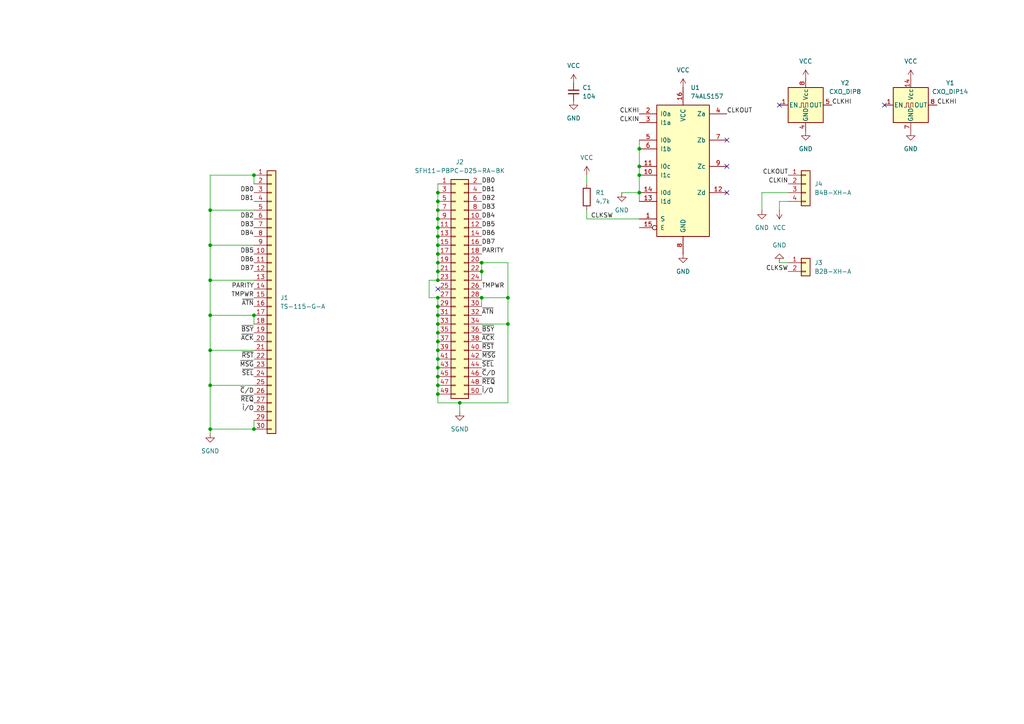
<source format=kicad_sch>
(kicad_sch (version 20250114) (generator "eeschema") (generator_version "9.0")
  (paper "A4")
  (lib_symbols
    (symbol "74xx:74LS157" (pin_names (offset 1.016))
      (property "Reference" "U" (at -7.62 19.05 0))
      (property "Value" "74LS157" (at -7.62 -21.59 0))
      (symbol "74LS157_1_0"
        (pin input line (at -12.7 15.24 0) (length 5.08) (name "I0a") (number "2"))
        (pin input line (at -12.7 12.7 0) (length 5.08) (name "I1a") (number "3"))
        (pin input line (at -12.7 7.62 0) (length 5.08) (name "I0b") (number "5"))
        (pin input line (at -12.7 5.08 0) (length 5.08) (name "I1b") (number "6"))
        (pin input line (at -12.7 0 0) (length 5.08) (name "I0c") (number "11"))
        (pin input line (at -12.7 -2.54 0) (length 5.08) (name "I1c") (number "10"))
        (pin input line (at -12.7 -7.62 0) (length 5.08) (name "I0d") (number "14"))
        (pin input line (at -12.7 -10.16 0) (length 5.08) (name "I1d") (number "13"))
        (pin input line (at -12.7 -15.24 0) (length 5.08) (name "S") (number "1"))
        (pin input inverted (at -12.7 -17.78 0) (length 5.08) (name "E") (number "15"))
        (pin power_in line (at 0 22.86 270) (length 5.08) (name "VCC") (number "16"))
        (pin power_in line (at 0 -25.4 90) (length 5.08) (name "GND") (number "8"))
        (pin output line (at 12.7 15.24 180) (length 5.08) (name "Za") (number "4"))
        (pin output line (at 12.7 7.62 180) (length 5.08) (name "Zb") (number "7"))
        (pin output line (at 12.7 0 180) (length 5.08) (name "Zc") (number "9"))
        (pin output line (at 12.7 -7.62 180) (length 5.08) (name "Zd") (number "12"))
      )
      (symbol "74LS157_1_1"
        (rectangle (start -7.62 17.78) (end 7.62 -20.32) (stroke (width 0.254)) (fill (type background)))
      )
    )
    (symbol "Connector_Generic:Conn_01x02" (pin_names (offset 1.016) (hide yes))
      (property "Reference" "J" (at 0 2.54 0))
      (property "Value" "Conn_01x02" (at 0 -5.08 0))
      (symbol "Conn_01x02_1_1"
        (rectangle (start -1.27 1.27) (end 1.27 -3.81) (stroke (width 0.254)) (fill (type background)))
        (rectangle (start -1.27 0.127) (end 0 -0.127) (stroke (width 0.1524)))
        (rectangle (start -1.27 -2.413) (end 0 -2.667) (stroke (width 0.1524)))
        (pin passive line (at -5.08 0 0) (length 3.81) (name "Pin_1") (number "1"))
        (pin passive line (at -5.08 -2.54 0) (length 3.81) (name "Pin_2") (number "2"))
      )
    )
    (symbol "Connector_Generic:Conn_01x04" (pin_names (offset 1.016) (hide yes))
      (property "Reference" "J" (at 0 5.08 0))
      (property "Value" "Conn_01x04" (at 0 -7.62 0))
      (symbol "Conn_01x04_1_1"
        (rectangle (start -1.27 3.81) (end 1.27 -6.35) (stroke (width 0.254)) (fill (type background)))
        (rectangle (start -1.27 2.667) (end 0 2.413) (stroke (width 0.1524)))
        (rectangle (start -1.27 0.127) (end 0 -0.127) (stroke (width 0.1524)))
        (rectangle (start -1.27 -2.413) (end 0 -2.667) (stroke (width 0.1524)))
        (rectangle (start -1.27 -4.953) (end 0 -5.207) (stroke (width 0.1524)))
        (pin passive line (at -5.08 2.54 0) (length 3.81) (name "Pin_1") (number "1"))
        (pin passive line (at -5.08 0 0) (length 3.81) (name "Pin_2") (number "2"))
        (pin passive line (at -5.08 -2.54 0) (length 3.81) (name "Pin_3") (number "3"))
        (pin passive line (at -5.08 -5.08 0) (length 3.81) (name "Pin_4") (number "4"))
      )
    )
    (symbol "Connector_Generic:Conn_01x30" (pin_names (offset 1.016) (hide yes))
      (property "Reference" "J" (at 0 38.1 0))
      (property "Value" "Conn_01x30" (at 0 -40.64 0))
      (symbol "Conn_01x30_1_1"
        (rectangle (start -1.27 36.83) (end 1.27 -39.37) (stroke (width 0.254)) (fill (type background)))
        (rectangle (start -1.27 35.687) (end 0 35.433) (stroke (width 0.1524)))
        (rectangle (start -1.27 33.147) (end 0 32.893) (stroke (width 0.1524)))
        (rectangle (start -1.27 30.607) (end 0 30.353) (stroke (width 0.1524)))
        (rectangle (start -1.27 28.067) (end 0 27.813) (stroke (width 0.1524)))
        (rectangle (start -1.27 25.527) (end 0 25.273) (stroke (width 0.1524)))
        (rectangle (start -1.27 22.987) (end 0 22.733) (stroke (width 0.1524)))
        (rectangle (start -1.27 20.447) (end 0 20.193) (stroke (width 0.1524)))
        (rectangle (start -1.27 17.907) (end 0 17.653) (stroke (width 0.1524)))
        (rectangle (start -1.27 15.367) (end 0 15.113) (stroke (width 0.1524)))
        (rectangle (start -1.27 12.827) (end 0 12.573) (stroke (width 0.1524)))
        (rectangle (start -1.27 10.287) (end 0 10.033) (stroke (width 0.1524)))
        (rectangle (start -1.27 7.747) (end 0 7.493) (stroke (width 0.1524)))
        (rectangle (start -1.27 5.207) (end 0 4.953) (stroke (width 0.1524)))
        (rectangle (start -1.27 2.667) (end 0 2.413) (stroke (width 0.1524)))
        (rectangle (start -1.27 0.127) (end 0 -0.127) (stroke (width 0.1524)))
        (rectangle (start -1.27 -2.413) (end 0 -2.667) (stroke (width 0.1524)))
        (rectangle (start -1.27 -4.953) (end 0 -5.207) (stroke (width 0.1524)))
        (rectangle (start -1.27 -7.493) (end 0 -7.747) (stroke (width 0.1524)))
        (rectangle (start -1.27 -10.033) (end 0 -10.287) (stroke (width 0.1524)))
        (rectangle (start -1.27 -12.573) (end 0 -12.827) (stroke (width 0.1524)))
        (rectangle (start -1.27 -15.113) (end 0 -15.367) (stroke (width 0.1524)))
        (rectangle (start -1.27 -17.653) (end 0 -17.907) (stroke (width 0.1524)))
        (rectangle (start -1.27 -20.193) (end 0 -20.447) (stroke (width 0.1524)))
        (rectangle (start -1.27 -22.733) (end 0 -22.987) (stroke (width 0.1524)))
        (rectangle (start -1.27 -25.273) (end 0 -25.527) (stroke (width 0.1524)))
        (rectangle (start -1.27 -27.813) (end 0 -28.067) (stroke (width 0.1524)))
        (rectangle (start -1.27 -30.353) (end 0 -30.607) (stroke (width 0.1524)))
        (rectangle (start -1.27 -32.893) (end 0 -33.147) (stroke (width 0.1524)))
        (rectangle (start -1.27 -35.433) (end 0 -35.687) (stroke (width 0.1524)))
        (rectangle (start -1.27 -37.973) (end 0 -38.227) (stroke (width 0.1524)))
        (pin passive line (at -5.08 35.56 0) (length 3.81) (name "Pin_1") (number "1"))
        (pin passive line (at -5.08 33.02 0) (length 3.81) (name "Pin_2") (number "2"))
        (pin passive line (at -5.08 30.48 0) (length 3.81) (name "Pin_3") (number "3"))
        (pin passive line (at -5.08 27.94 0) (length 3.81) (name "Pin_4") (number "4"))
        (pin passive line (at -5.08 25.4 0) (length 3.81) (name "Pin_5") (number "5"))
        (pin passive line (at -5.08 22.86 0) (length 3.81) (name "Pin_6") (number "6"))
        (pin passive line (at -5.08 20.32 0) (length 3.81) (name "Pin_7") (number "7"))
        (pin passive line (at -5.08 17.78 0) (length 3.81) (name "Pin_8") (number "8"))
        (pin passive line (at -5.08 15.24 0) (length 3.81) (name "Pin_9") (number "9"))
        (pin passive line (at -5.08 12.7 0) (length 3.81) (name "Pin_10") (number "10"))
        (pin passive line (at -5.08 10.16 0) (length 3.81) (name "Pin_11") (number "11"))
        (pin passive line (at -5.08 7.62 0) (length 3.81) (name "Pin_12") (number "12"))
        (pin passive line (at -5.08 5.08 0) (length 3.81) (name "Pin_13") (number "13"))
        (pin passive line (at -5.08 2.54 0) (length 3.81) (name "Pin_14") (number "14"))
        (pin passive line (at -5.08 0 0) (length 3.81) (name "Pin_15") (number "15"))
        (pin passive line (at -5.08 -2.54 0) (length 3.81) (name "Pin_16") (number "16"))
        (pin passive line (at -5.08 -5.08 0) (length 3.81) (name "Pin_17") (number "17"))
        (pin passive line (at -5.08 -7.62 0) (length 3.81) (name "Pin_18") (number "18"))
        (pin passive line (at -5.08 -10.16 0) (length 3.81) (name "Pin_19") (number "19"))
        (pin passive line (at -5.08 -12.7 0) (length 3.81) (name "Pin_20") (number "20"))
        (pin passive line (at -5.08 -15.24 0) (length 3.81) (name "Pin_21") (number "21"))
        (pin passive line (at -5.08 -17.78 0) (length 3.81) (name "Pin_22") (number "22"))
        (pin passive line (at -5.08 -20.32 0) (length 3.81) (name "Pin_23") (number "23"))
        (pin passive line (at -5.08 -22.86 0) (length 3.81) (name "Pin_24") (number "24"))
        (pin passive line (at -5.08 -25.4 0) (length 3.81) (name "Pin_25") (number "25"))
        (pin passive line (at -5.08 -27.94 0) (length 3.81) (name "Pin_26") (number "26"))
        (pin passive line (at -5.08 -30.48 0) (length 3.81) (name "Pin_27") (number "27"))
        (pin passive line (at -5.08 -33.02 0) (length 3.81) (name "Pin_28") (number "28"))
        (pin passive line (at -5.08 -35.56 0) (length 3.81) (name "Pin_29") (number "29"))
        (pin passive line (at -5.08 -38.1 0) (length 3.81) (name "Pin_30") (number "30"))
      )
    )
    (symbol "Connector_Generic:Conn_02x25_Odd_Even" (pin_names (offset 1.016) (hide yes))
      (property "Reference" "J" (at 1.27 33.02 0))
      (property "Value" "Conn_02x25_Odd_Even" (at 1.27 -33.02 0))
      (symbol "Conn_02x25_Odd_Even_1_1"
        (rectangle (start -1.27 31.75) (end 3.81 -31.75) (stroke (width 0.254)) (fill (type background)))
        (rectangle (start -1.27 30.607) (end 0 30.353) (stroke (width 0.1524)))
        (rectangle (start -1.27 28.067) (end 0 27.813) (stroke (width 0.1524)))
        (rectangle (start -1.27 25.527) (end 0 25.273) (stroke (width 0.1524)))
        (rectangle (start -1.27 22.987) (end 0 22.733) (stroke (width 0.1524)))
        (rectangle (start -1.27 20.447) (end 0 20.193) (stroke (width 0.1524)))
        (rectangle (start -1.27 17.907) (end 0 17.653) (stroke (width 0.1524)))
        (rectangle (start -1.27 15.367) (end 0 15.113) (stroke (width 0.1524)))
        (rectangle (start -1.27 12.827) (end 0 12.573) (stroke (width 0.1524)))
        (rectangle (start -1.27 10.287) (end 0 10.033) (stroke (width 0.1524)))
        (rectangle (start -1.27 7.747) (end 0 7.493) (stroke (width 0.1524)))
        (rectangle (start -1.27 5.207) (end 0 4.953) (stroke (width 0.1524)))
        (rectangle (start -1.27 2.667) (end 0 2.413) (stroke (width 0.1524)))
        (rectangle (start -1.27 0.127) (end 0 -0.127) (stroke (width 0.1524)))
        (rectangle (start -1.27 -2.413) (end 0 -2.667) (stroke (width 0.1524)))
        (rectangle (start -1.27 -4.953) (end 0 -5.207) (stroke (width 0.1524)))
        (rectangle (start -1.27 -7.493) (end 0 -7.747) (stroke (width 0.1524)))
        (rectangle (start -1.27 -10.033) (end 0 -10.287) (stroke (width 0.1524)))
        (rectangle (start -1.27 -12.573) (end 0 -12.827) (stroke (width 0.1524)))
        (rectangle (start -1.27 -15.113) (end 0 -15.367) (stroke (width 0.1524)))
        (rectangle (start -1.27 -17.653) (end 0 -17.907) (stroke (width 0.1524)))
        (rectangle (start -1.27 -20.193) (end 0 -20.447) (stroke (width 0.1524)))
        (rectangle (start -1.27 -22.733) (end 0 -22.987) (stroke (width 0.1524)))
        (rectangle (start -1.27 -25.273) (end 0 -25.527) (stroke (width 0.1524)))
        (rectangle (start -1.27 -27.813) (end 0 -28.067) (stroke (width 0.1524)))
        (rectangle (start -1.27 -30.353) (end 0 -30.607) (stroke (width 0.1524)))
        (rectangle (start 3.81 30.607) (end 2.54 30.353) (stroke (width 0.1524)))
        (rectangle (start 3.81 28.067) (end 2.54 27.813) (stroke (width 0.1524)))
        (rectangle (start 3.81 25.527) (end 2.54 25.273) (stroke (width 0.1524)))
        (rectangle (start 3.81 22.987) (end 2.54 22.733) (stroke (width 0.1524)))
        (rectangle (start 3.81 20.447) (end 2.54 20.193) (stroke (width 0.1524)))
        (rectangle (start 3.81 17.907) (end 2.54 17.653) (stroke (width 0.1524)))
        (rectangle (start 3.81 15.367) (end 2.54 15.113) (stroke (width 0.1524)))
        (rectangle (start 3.81 12.827) (end 2.54 12.573) (stroke (width 0.1524)))
        (rectangle (start 3.81 10.287) (end 2.54 10.033) (stroke (width 0.1524)))
        (rectangle (start 3.81 7.747) (end 2.54 7.493) (stroke (width 0.1524)))
        (rectangle (start 3.81 5.207) (end 2.54 4.953) (stroke (width 0.1524)))
        (rectangle (start 3.81 2.667) (end 2.54 2.413) (stroke (width 0.1524)))
        (rectangle (start 3.81 0.127) (end 2.54 -0.127) (stroke (width 0.1524)))
        (rectangle (start 3.81 -2.413) (end 2.54 -2.667) (stroke (width 0.1524)))
        (rectangle (start 3.81 -4.953) (end 2.54 -5.207) (stroke (width 0.1524)))
        (rectangle (start 3.81 -7.493) (end 2.54 -7.747) (stroke (width 0.1524)))
        (rectangle (start 3.81 -10.033) (end 2.54 -10.287) (stroke (width 0.1524)))
        (rectangle (start 3.81 -12.573) (end 2.54 -12.827) (stroke (width 0.1524)))
        (rectangle (start 3.81 -15.113) (end 2.54 -15.367) (stroke (width 0.1524)))
        (rectangle (start 3.81 -17.653) (end 2.54 -17.907) (stroke (width 0.1524)))
        (rectangle (start 3.81 -20.193) (end 2.54 -20.447) (stroke (width 0.1524)))
        (rectangle (start 3.81 -22.733) (end 2.54 -22.987) (stroke (width 0.1524)))
        (rectangle (start 3.81 -25.273) (end 2.54 -25.527) (stroke (width 0.1524)))
        (rectangle (start 3.81 -27.813) (end 2.54 -28.067) (stroke (width 0.1524)))
        (rectangle (start 3.81 -30.353) (end 2.54 -30.607) (stroke (width 0.1524)))
        (pin passive line (at -5.08 30.48 0) (length 3.81) (name "Pin_1") (number "1"))
        (pin passive line (at -5.08 27.94 0) (length 3.81) (name "Pin_3") (number "3"))
        (pin passive line (at -5.08 25.4 0) (length 3.81) (name "Pin_5") (number "5"))
        (pin passive line (at -5.08 22.86 0) (length 3.81) (name "Pin_7") (number "7"))
        (pin passive line (at -5.08 20.32 0) (length 3.81) (name "Pin_9") (number "9"))
        (pin passive line (at -5.08 17.78 0) (length 3.81) (name "Pin_11") (number "11"))
        (pin passive line (at -5.08 15.24 0) (length 3.81) (name "Pin_13") (number "13"))
        (pin passive line (at -5.08 12.7 0) (length 3.81) (name "Pin_15") (number "15"))
        (pin passive line (at -5.08 10.16 0) (length 3.81) (name "Pin_17") (number "17"))
        (pin passive line (at -5.08 7.62 0) (length 3.81) (name "Pin_19") (number "19"))
        (pin passive line (at -5.08 5.08 0) (length 3.81) (name "Pin_21") (number "21"))
        (pin passive line (at -5.08 2.54 0) (length 3.81) (name "Pin_23") (number "23"))
        (pin passive line (at -5.08 0 0) (length 3.81) (name "Pin_25") (number "25"))
        (pin passive line (at -5.08 -2.54 0) (length 3.81) (name "Pin_27") (number "27"))
        (pin passive line (at -5.08 -5.08 0) (length 3.81) (name "Pin_29") (number "29"))
        (pin passive line (at -5.08 -7.62 0) (length 3.81) (name "Pin_31") (number "31"))
        (pin passive line (at -5.08 -10.16 0) (length 3.81) (name "Pin_33") (number "33"))
        (pin passive line (at -5.08 -12.7 0) (length 3.81) (name "Pin_35") (number "35"))
        (pin passive line (at -5.08 -15.24 0) (length 3.81) (name "Pin_37") (number "37"))
        (pin passive line (at -5.08 -17.78 0) (length 3.81) (name "Pin_39") (number "39"))
        (pin passive line (at -5.08 -20.32 0) (length 3.81) (name "Pin_41") (number "41"))
        (pin passive line (at -5.08 -22.86 0) (length 3.81) (name "Pin_43") (number "43"))
        (pin passive line (at -5.08 -25.4 0) (length 3.81) (name "Pin_45") (number "45"))
        (pin passive line (at -5.08 -27.94 0) (length 3.81) (name "Pin_47") (number "47"))
        (pin passive line (at -5.08 -30.48 0) (length 3.81) (name "Pin_49") (number "49"))
        (pin passive line (at 7.62 30.48 180) (length 3.81) (name "Pin_2") (number "2"))
        (pin passive line (at 7.62 27.94 180) (length 3.81) (name "Pin_4") (number "4"))
        (pin passive line (at 7.62 25.4 180) (length 3.81) (name "Pin_6") (number "6"))
        (pin passive line (at 7.62 22.86 180) (length 3.81) (name "Pin_8") (number "8"))
        (pin passive line (at 7.62 20.32 180) (length 3.81) (name "Pin_10") (number "10"))
        (pin passive line (at 7.62 17.78 180) (length 3.81) (name "Pin_12") (number "12"))
        (pin passive line (at 7.62 15.24 180) (length 3.81) (name "Pin_14") (number "14"))
        (pin passive line (at 7.62 12.7 180) (length 3.81) (name "Pin_16") (number "16"))
        (pin passive line (at 7.62 10.16 180) (length 3.81) (name "Pin_18") (number "18"))
        (pin passive line (at 7.62 7.62 180) (length 3.81) (name "Pin_20") (number "20"))
        (pin passive line (at 7.62 5.08 180) (length 3.81) (name "Pin_22") (number "22"))
        (pin passive line (at 7.62 2.54 180) (length 3.81) (name "Pin_24") (number "24"))
        (pin passive line (at 7.62 0 180) (length 3.81) (name "Pin_26") (number "26"))
        (pin passive line (at 7.62 -2.54 180) (length 3.81) (name "Pin_28") (number "28"))
        (pin passive line (at 7.62 -5.08 180) (length 3.81) (name "Pin_30") (number "30"))
        (pin passive line (at 7.62 -7.62 180) (length 3.81) (name "Pin_32") (number "32"))
        (pin passive line (at 7.62 -10.16 180) (length 3.81) (name "Pin_34") (number "34"))
        (pin passive line (at 7.62 -12.7 180) (length 3.81) (name "Pin_36") (number "36"))
        (pin passive line (at 7.62 -15.24 180) (length 3.81) (name "Pin_38") (number "38"))
        (pin passive line (at 7.62 -17.78 180) (length 3.81) (name "Pin_40") (number "40"))
        (pin passive line (at 7.62 -20.32 180) (length 3.81) (name "Pin_42") (number "42"))
        (pin passive line (at 7.62 -22.86 180) (length 3.81) (name "Pin_44") (number "44"))
        (pin passive line (at 7.62 -25.4 180) (length 3.81) (name "Pin_46") (number "46"))
        (pin passive line (at 7.62 -27.94 180) (length 3.81) (name "Pin_48") (number "48"))
        (pin passive line (at 7.62 -30.48 180) (length 3.81) (name "Pin_50") (number "50"))
      )
    )
    (symbol "Device:C_Small" (pin_numbers (hide yes)) (pin_names (offset 0.254) (hide yes))
      (property "Reference" "C" (at 0.254 1.778 0))
      (property "Value" "C_Small" (at 0.254 -2.032 0))
      (symbol "C_Small_0_1"
        (polyline (pts (xy -1.524 0.508) (xy 1.524 0.508)) (stroke (width 0.3048)))
        (polyline (pts (xy -1.524 -0.508) (xy 1.524 -0.508)) (stroke (width 0.3302)))
      )
      (symbol "C_Small_1_1"
        (pin passive line (at 0 2.54 270) (length 2.032) (name "~") (number "1"))
        (pin passive line (at 0 -2.54 90) (length 2.032) (name "~") (number "2"))
      )
    )
    (symbol "Device:R" (pin_numbers (hide yes)) (pin_names (offset 0))
      (property "Reference" "R" (at 2.032 0 90))
      (property "Value" "R" (at 0 0 90))
      (symbol "R_0_1"
        (rectangle (start -1.016 -2.54) (end 1.016 2.54) (stroke (width 0.254)))
      )
      (symbol "R_1_1"
        (pin passive line (at 0 3.81 270) (length 1.27) (name "~") (number "1"))
        (pin passive line (at 0 -3.81 90) (length 1.27) (name "~") (number "2"))
      )
    )
    (symbol "Oscillator:CXO_DIP14" (pin_names (offset 0.254))
      (property "Reference" "Y" (at -5.08 6.35 0))
      (property "Value" "CXO_DIP14" (at 1.27 -6.35 0))
      (symbol "CXO_DIP14_0_1"
        (rectangle (start -5.08 5.08) (end 5.08 -5.08) (stroke (width 0.254)) (fill (type background)))
        (polyline (pts (xy -1.905 -0.635) (xy -1.27 -0.635) (xy -1.27 0.635) (xy -0.635 0.635) (xy -0.635 -0.635) (xy 0 -0.635) (xy 0 0.635) (xy 0.635 0.635) (xy 0.635 -0.635)))
      )
      (symbol "CXO_DIP14_1_1"
        (pin input line (at -7.62 0 0) (length 2.54) (name "EN") (number "1"))
        (pin power_in line (at 0 7.62 270) (length 2.54) (name "Vcc") (number "14"))
        (pin power_in line (at 0 -7.62 90) (length 2.54) (name "GND") (number "7"))
        (pin output line (at 7.62 0 180) (length 2.54) (name "OUT") (number "8"))
      )
    )
    (symbol "Oscillator:CXO_DIP8" (pin_names (offset 0.254))
      (property "Reference" "Y" (at -5.08 6.35 0))
      (property "Value" "CXO_DIP8" (at 1.27 -6.35 0))
      (symbol "CXO_DIP8_0_1"
        (rectangle (start -5.08 5.08) (end 5.08 -5.08) (stroke (width 0.254)) (fill (type background)))
        (polyline (pts (xy -1.905 -0.635) (xy -1.27 -0.635) (xy -1.27 0.635) (xy -0.635 0.635) (xy -0.635 -0.635) (xy 0 -0.635) (xy 0 0.635) (xy 0.635 0.635) (xy 0.635 -0.635)))
      )
      (symbol "CXO_DIP8_1_1"
        (pin input line (at -7.62 0 0) (length 2.54) (name "EN") (number "1"))
        (pin power_in line (at 0 7.62 270) (length 2.54) (name "Vcc") (number "8"))
        (pin power_in line (at 0 -7.62 90) (length 2.54) (name "GND") (number "4"))
        (pin output line (at 7.62 0 180) (length 2.54) (name "OUT") (number "5"))
      )
    )
    (symbol "power:GND" (power) (pin_numbers (hide yes)) (pin_names (offset 0) (hide yes))
      (property "Value" "GND" (at 0 -3.81 0))
      (symbol "GND_0_1"
        (polyline (pts (xy 0 0) (xy 0 -1.27) (xy 1.27 -1.27) (xy 0 -2.54) (xy -1.27 -1.27) (xy 0 -1.27)))
      )
      (symbol "GND_1_1"
        (pin power_in line (at 0 0 270) (length 0) (name "~") (number "1"))
      )
    )
    (symbol "power:VCC" (power) (pin_numbers (hide yes)) (pin_names (offset 0) (hide yes))
      (property "Value" "VCC" (at 0 3.556 0))
      (symbol "VCC_0_1"
        (polyline (pts (xy -0.762 1.27) (xy 0 2.54)))
        (polyline (pts (xy 0 2.54) (xy 0.762 1.27)))
        (polyline (pts (xy 0 0) (xy 0 2.54)))
      )
      (symbol "VCC_1_1"
        (pin power_in line (at 0 0 90) (length 0) (name "~") (number "1"))
      )
    )
  )
  (junction (at 127 99.06))
  (junction (at 127 71.12))
  (junction (at 185.42 50.8))
  (junction (at 60.96 60.96))
  (junction (at 127 68.58))
  (junction (at 60.96 81.28))
  (junction (at 127 58.42))
  (junction (at 147.32 86.36))
  (junction (at 127 76.2))
  (junction (at 127 81.28))
  (junction (at 139.7 86.36))
  (junction (at 127 106.68))
  (junction (at 127 104.14))
  (junction (at 139.7 76.2))
  (junction (at 127 114.3))
  (junction (at 60.96 111.76))
  (junction (at 127 93.98))
  (junction (at 127 88.9))
  (junction (at 127 73.66))
  (junction (at 127 111.76))
  (junction (at 185.42 55.88))
  (junction (at 127 60.96))
  (junction (at 127 55.88))
  (junction (at 127 63.5))
  (junction (at 127 96.52))
  (junction (at 73.66 91.44))
  (junction (at 60.96 71.12))
  (junction (at 127 101.6))
  (junction (at 127 78.74))
  (junction (at 127 109.22))
  (junction (at 127 86.36))
  (junction (at 73.66 50.8))
  (junction (at 133.35 116.84))
  (junction (at 73.66 124.46))
  (junction (at 60.96 101.6))
  (junction (at 127 66.04))
  (junction (at 185.42 48.26))
  (junction (at 60.96 124.46))
  (junction (at 139.7 78.74))
  (junction (at 185.42 43.18))
  (junction (at 60.96 91.44))
  (junction (at 127 91.44))
  (junction (at 147.32 93.98))
  (no_connect (at 210.82 40.64))
  (no_connect (at 127 83.82))
  (no_connect (at 256.54 30.48))
  (no_connect (at 226.06 30.48))
  (no_connect (at 210.82 55.88))
  (no_connect (at 210.82 48.26))
  (wire (pts (xy 127 55.88) (xy 127 58.42)))
  (wire (pts (xy 180.34 55.88) (xy 185.42 55.88)))
  (wire (pts (xy 127 71.12) (xy 127 73.66)))
  (wire (pts (xy 127 60.96) (xy 127 63.5)))
  (wire (pts (xy 127 104.14) (xy 127 106.68)))
  (wire (pts (xy 127 63.5) (xy 127 66.04)))
  (wire (pts (xy 139.7 86.36) (xy 139.7 88.9)))
  (wire (pts (xy 127 58.42) (xy 127 60.96)))
  (wire (pts (xy 60.96 50.8) (xy 73.66 50.8)))
  (wire (pts (xy 127 109.22) (xy 127 111.76)))
  (wire (pts (xy 226.06 76.2) (xy 228.6 76.2)))
  (wire (pts (xy 185.42 55.88) (xy 185.42 58.42)))
  (wire (pts (xy 60.96 101.6) (xy 73.66 101.6)))
  (wire (pts (xy 60.96 71.12) (xy 60.96 60.96)))
  (wire (pts (xy 127 101.6) (xy 127 104.14)))
  (wire (pts (xy 73.66 50.8) (xy 73.66 53.34)))
  (wire (pts (xy 220.98 55.88) (xy 228.6 55.88)))
  (wire (pts (xy 226.06 60.96) (xy 226.06 58.42)))
  (wire (pts (xy 139.7 86.36) (xy 147.32 86.36)))
  (wire (pts (xy 60.96 125.73) (xy 60.96 124.46)))
  (wire (pts (xy 133.35 116.84) (xy 127 116.84)))
  (wire (pts (xy 226.06 58.42) (xy 228.6 58.42)))
  (wire (pts (xy 127 53.34) (xy 127 55.88)))
  (wire (pts (xy 124.46 86.36) (xy 124.46 81.28)))
  (wire (pts (xy 73.66 91.44) (xy 73.66 93.98)))
  (wire (pts (xy 139.7 93.98) (xy 147.32 93.98)))
  (wire (pts (xy 185.42 50.8) (xy 185.42 55.88)))
  (wire (pts (xy 127 66.04) (xy 127 68.58)))
  (wire (pts (xy 124.46 86.36) (xy 127 86.36)))
  (wire (pts (xy 220.98 60.96) (xy 220.98 55.88)))
  (wire (pts (xy 124.46 81.28) (xy 127 81.28)))
  (wire (pts (xy 127 73.66) (xy 127 76.2)))
  (wire (pts (xy 60.96 71.12) (xy 73.66 71.12)))
  (wire (pts (xy 170.18 63.5) (xy 170.18 60.96)))
  (wire (pts (xy 73.66 121.92) (xy 73.66 124.46)))
  (wire (pts (xy 139.7 76.2) (xy 147.32 76.2)))
  (wire (pts (xy 185.42 40.64) (xy 185.42 43.18)))
  (wire (pts (xy 170.18 63.5) (xy 185.42 63.5)))
  (wire (pts (xy 60.96 111.76) (xy 73.66 111.76)))
  (wire (pts (xy 127 76.2) (xy 127 78.74)))
  (wire (pts (xy 60.96 101.6) (xy 60.96 91.44)))
  (wire (pts (xy 127 86.36) (xy 127 88.9)))
  (wire (pts (xy 60.96 91.44) (xy 60.96 81.28)))
  (wire (pts (xy 147.32 93.98) (xy 147.32 116.84)))
  (wire (pts (xy 185.42 43.18) (xy 185.42 48.26)))
  (wire (pts (xy 147.32 76.2) (xy 147.32 86.36)))
  (wire (pts (xy 139.7 78.74) (xy 139.7 81.28)))
  (wire (pts (xy 60.96 124.46) (xy 73.66 124.46)))
  (wire (pts (xy 60.96 81.28) (xy 60.96 71.12)))
  (wire (pts (xy 127 91.44) (xy 127 93.98)))
  (wire (pts (xy 127 99.06) (xy 127 101.6)))
  (wire (pts (xy 60.96 124.46) (xy 60.96 111.76)))
  (wire (pts (xy 127 116.84) (xy 127 114.3)))
  (wire (pts (xy 127 88.9) (xy 127 91.44)))
  (wire (pts (xy 127 78.74) (xy 127 81.28)))
  (wire (pts (xy 139.7 76.2) (xy 139.7 78.74)))
  (wire (pts (xy 127 111.76) (xy 127 114.3)))
  (wire (pts (xy 60.96 60.96) (xy 73.66 60.96)))
  (wire (pts (xy 60.96 60.96) (xy 60.96 50.8)))
  (wire (pts (xy 127 96.52) (xy 127 99.06)))
  (wire (pts (xy 60.96 81.28) (xy 73.66 81.28)))
  (wire (pts (xy 127 106.68) (xy 127 109.22)))
  (wire (pts (xy 60.96 111.76) (xy 60.96 101.6)))
  (wire (pts (xy 60.96 91.44) (xy 73.66 91.44)))
  (wire (pts (xy 127 93.98) (xy 127 96.52)))
  (wire (pts (xy 147.32 116.84) (xy 133.35 116.84)))
  (wire (pts (xy 133.35 119.38) (xy 133.35 116.84)))
  (wire (pts (xy 170.18 50.8) (xy 170.18 53.34)))
  (wire (pts (xy 147.32 86.36) (xy 147.32 93.98)))
  (wire (pts (xy 127 68.58) (xy 127 71.12)))
  (wire (pts (xy 185.42 48.26) (xy 185.42 50.8)))
  (label "CLKSW" (at 228.6 78.74 180))
  (label "CLKOUT" (at 228.6 50.8 180))
  (label "DB5" (at 139.7 66.04 0))
  (label "PARITY" (at 139.7 73.66 0))
  (label "~{RST}" (at 73.66 104.14 180))
  (label "~{MSG}" (at 73.66 106.68 180))
  (label "DB0" (at 73.66 55.88 180))
  (label "CLKHI" (at 271.78 30.48 0))
  (label "CLKOUT" (at 210.82 33.02 0))
  (label "DB1" (at 139.7 55.88 0))
  (label "~{I}{slash}O" (at 139.7 114.3 0))
  (label "CLKSW" (at 177.8 63.5 180))
  (label "~{REQ}" (at 139.7 111.76 0))
  (label "~{I}{slash}O" (at 73.66 119.38 180))
  (label "CLKIN" (at 228.6 53.34 180))
  (label "CLKIN" (at 185.42 35.56 180))
  (label "DB6" (at 139.7 68.58 0))
  (label "CLKHI" (at 241.3 30.48 0))
  (label "DB5" (at 73.66 73.66 180))
  (label "DB7" (at 73.66 78.74 180))
  (label "DB4" (at 139.7 63.5 0))
  (label "~{ATN}" (at 73.66 88.9 180))
  (label "DB3" (at 73.66 66.04 180))
  (label "DB2" (at 73.66 63.5 180))
  (label "TMPWR" (at 139.7 83.82 0))
  (label "~{BSY}" (at 139.7 96.52 0))
  (label "DB6" (at 73.66 76.2 180))
  (label "~{SEL}" (at 73.66 109.22 180))
  (label "~{ATN}" (at 139.7 91.44 0))
  (label "DB2" (at 139.7 58.42 0))
  (label "DB1" (at 73.66 58.42 180))
  (label "~{REQ}" (at 73.66 116.84 180))
  (label "~{SEL}" (at 139.7 106.68 0))
  (label "~{ACK}" (at 139.7 99.06 0))
  (label "~{ACK}" (at 73.66 99.06 180))
  (label "DB3" (at 139.7 60.96 0))
  (label "DB4" (at 73.66 68.58 180))
  (label "~{MSG}" (at 139.7 104.14 0))
  (label "DB7" (at 139.7 71.12 0))
  (label "~{BSY}" (at 73.66 96.52 180))
  (label "~{RST}" (at 139.7 101.6 0))
  (label "~{C}{slash}D" (at 139.7 109.22 0))
  (label "TMPWR" (at 73.66 86.36 180))
  (label "DB0" (at 139.7 53.34 0))
  (label "~{C}{slash}D" (at 73.66 114.3 180))
  (label "CLKHI" (at 185.42 33.02 180))
  (label "PARITY" (at 73.66 83.82 180))
  (symbol (lib_id "power:GND") (at 264.16 38.1 0) (unit 1)
    (property "Reference" "#PWR05" (effects (hide yes)))
    (property "Value" "GND" (at 264.16 43.18 0))
    (property "Description" "Power symbol creates a global label with name \"GND\" , ground" (effects (hide yes)))
  )
  (symbol (lib_id "power:VCC") (at 198.12 25.4 0) (unit 1)
    (property "Reference" "#PWR03" (effects (hide yes)))
    (property "Value" "VCC" (at 198.12 20.32 0))
    (property "Description" "Power symbol creates a global label with name \"VCC\"" (effects (hide yes)))
  )
  (symbol (lib_id "Connector_Generic:Conn_02x25_Odd_Even") (at 132.08 83.82 0) (unit 1)
    (property "Reference" "J2" (at 133.35 46.99 0))
    (property "Value" "SFH11-PBPC-D25-RA-BK" (at 133.35 49.53 0))
    (property "Footprint" "xvicompact:SCSI-SOCKET-RA" (effects (hide yes)))
    (property "Description" "Generic connector, double row, 02x25, odd/even pin numbering scheme (row 1 odd numbers, row 2 even numbers), script generated (kicad-library-utils/schlib/autogen/connector/)" (effects (hide yes)))
  )
  (symbol (lib_id "Connector_Generic:Conn_01x30") (at 78.74 86.36 0) (unit 1)
    (property "Reference" "J1" (at 81.28 86.3599 0) (effects (justify left)))
    (property "Value" "TS-115-G-A" (at 81.28 88.8999 0) (effects (justify left)))
    (property "Footprint" "xvicompact:ZIP-30" (effects (hide yes)))
    (property "Description" "Generic connector, single row, 01x30, script generated (kicad-library-utils/schlib/autogen/connector/)" (effects (hide yes)))
  )
  (symbol (lib_id "power:GND") (at 233.68 38.1 0) (unit 1)
    (property "Reference" "#PWR04" (effects (hide yes)))
    (property "Value" "GND" (at 233.68 43.18 0))
    (property "Description" "Power symbol creates a global label with name \"GND\" , ground" (effects (hide yes)))
  )
  (symbol (lib_id "power:GND") (at 180.34 55.88 0) (unit 1)
    (property "Reference" "#PWR09" (effects (hide yes)))
    (property "Value" "GND" (at 180.34 60.96 0))
    (property "Description" "Power symbol creates a global label with name \"GND\" , ground" (effects (hide yes)))
  )
  (symbol (lib_id "power:VCC") (at 170.18 50.8 0) (unit 1)
    (property "Reference" "#PWR07" (effects (hide yes)))
    (property "Value" "VCC" (at 170.18 45.72 0))
    (property "Description" "Power symbol creates a global label with name \"VCC\"" (effects (hide yes)))
  )
  (symbol (lib_id "Oscillator:CXO_DIP14") (at 264.16 30.48 0) (unit 1)
    (property "Reference" "Y1" (at 275.59 24.0598 0))
    (property "Value" "CXO_DIP14" (at 275.59 26.5998 0))
    (property "Footprint" "Oscillator:Oscillator_DIP-14" (effects (hide yes)))
    (property "Datasheet" "http://cdn-reichelt.de/documents/datenblatt/B400/OSZI.pdf" (effects (hide yes)))
    (property "Description" "Crystal Clock Oscillator, DIP14-style metal package" (effects (hide yes)))
  )
  (symbol (lib_id "power:GND") (at 60.96 125.73 0) (unit 1)
    (property "Reference" "#PWR013" (effects (hide yes)))
    (property "Value" "SGND" (at 60.96 130.81 0))
    (property "Description" "Power symbol creates a global label with name \"GND\" , ground" (effects (hide yes)))
  )
  (symbol (lib_id "power:GND") (at 226.06 76.2 0) (mirror x) (unit 1)
    (property "Reference" "#PWR012" (effects (hide yes)))
    (property "Value" "GND" (at 226.06 71.12 0))
    (property "Description" "Power symbol creates a global label with name \"GND\" , ground" (effects (hide yes)))
  )
  (symbol (lib_id "power:VCC") (at 233.68 22.86 0) (unit 1)
    (property "Reference" "#PWR01" (effects (hide yes)))
    (property "Value" "VCC" (at 233.68 17.78 0))
    (property "Description" "Power symbol creates a global label with name \"VCC\"" (effects (hide yes)))
  )
  (symbol (lib_id "power:GND") (at 220.98 60.96 0) (unit 1)
    (property "Reference" "#PWR010" (effects (hide yes)))
    (property "Value" "GND" (at 220.98 66.04 0))
    (property "Description" "Power symbol creates a global label with name \"GND\" , ground" (effects (hide yes)))
  )
  (symbol (lib_id "power:VCC") (at 264.16 22.86 0) (unit 1)
    (property "Reference" "#PWR02" (effects (hide yes)))
    (property "Value" "VCC" (at 264.16 17.78 0))
    (property "Description" "Power symbol creates a global label with name \"VCC\"" (effects (hide yes)))
  )
  (symbol (lib_id "power:VCC") (at 226.06 60.96 180) (unit 1)
    (property "Reference" "#PWR011" (effects (hide yes)))
    (property "Value" "VCC" (at 226.06 66.04 0))
    (property "Description" "Power symbol creates a global label with name \"VCC\"" (effects (hide yes)))
  )
  (symbol (lib_id "Connector_Generic:Conn_01x04") (at 233.68 53.34 0) (unit 1)
    (property "Reference" "J4" (at 236.22 53.3399 0) (effects (justify left)))
    (property "Value" "B4B-XH-A" (at 236.22 55.8799 0) (effects (justify left)))
    (property "Footprint" "Connector_JST:JST_XH_B4B-XH-A_1x04_P2.50mm_Vertical" (effects (hide yes)))
    (property "Description" "Generic connector, single row, 01x04, script generated (kicad-library-utils/schlib/autogen/connector/)" (effects (hide yes)))
  )
  (symbol (lib_id "Device:R") (at 170.18 57.15 0) (unit 1)
    (property "Reference" "R1" (at 172.72 55.8799 0) (effects (justify left)))
    (property "Value" "4.7k" (at 172.72 58.4199 0) (effects (justify left)))
    (property "Footprint" "Resistor_THT:R_Axial_DIN0207_L6.3mm_D2.5mm_P5.08mm_Vertical" (effects (hide yes)))
    (property "Description" "Resistor" (effects (hide yes)))
  )
  (symbol (lib_id "Oscillator:CXO_DIP8") (at 233.68 30.48 0) (unit 1)
    (property "Reference" "Y2" (at 245.11 24.0598 0))
    (property "Value" "CXO_DIP8" (at 245.11 26.5998 0))
    (property "Footprint" "Oscillator:Oscillator_DIP-8" (effects (hide yes)))
    (property "Datasheet" "http://cdn-reichelt.de/documents/datenblatt/B400/OSZI.pdf" (effects (hide yes)))
    (property "Description" "Crystal Clock Oscillator, DIP8-style metal package" (effects (hide yes)))
  )
  (symbol (lib_id "power:GND") (at 198.12 73.66 0) (unit 1)
    (property "Reference" "#PWR06" (effects (hide yes)))
    (property "Value" "GND" (at 198.12 78.74 0))
    (property "Description" "Power symbol creates a global label with name \"GND\" , ground" (effects (hide yes)))
  )
  (symbol (lib_id "power:GND") (at 133.35 119.38 0) (unit 1)
    (property "Reference" "#PWR08" (effects (hide yes)))
    (property "Value" "SGND" (at 133.35 124.46 0))
    (property "Description" "Power symbol creates a global label with name \"GND\" , ground" (effects (hide yes)))
  )
  (symbol (lib_id "power:VCC") (at 166.37 24.13 0) (unit 1)
    (property "Reference" "#PWR014" (effects (hide yes)))
    (property "Value" "VCC" (at 166.37 19.05 0))
    (property "Description" "Power symbol creates a global label with name \"VCC\"" (effects (hide yes)))
  )
  (symbol (lib_id "power:GND") (at 166.37 29.21 0) (unit 1)
    (property "Reference" "#PWR015" (effects (hide yes)))
    (property "Value" "GND" (at 166.37 34.29 0))
    (property "Description" "Power symbol creates a global label with name \"GND\" , ground" (effects (hide yes)))
  )
  (symbol (lib_id "Connector_Generic:Conn_01x02") (at 233.68 76.2 0) (unit 1)
    (property "Reference" "J3" (at 236.22 76.1999 0) (effects (justify left)))
    (property "Value" "B2B-XH-A" (at 236.22 78.7399 0) (effects (justify left)))
    (property "Footprint" "Connector_JST:JST_XH_B2B-XH-A_1x02_P2.50mm_Vertical" (effects (hide yes)))
    (property "Description" "Generic connector, single row, 01x02, script generated (kicad-library-utils/schlib/autogen/connector/)" (effects (hide yes)))
  )
  (symbol (lib_id "74xx:74LS157") (at 198.12 48.26 0) (unit 1)
    (property "Reference" "U1" (at 200.2633 25.4 0) (effects (justify left)))
    (property "Value" "74ALS157" (at 200.2633 27.94 0) (effects (justify left)))
    (property "Footprint" "Package_DIP:DIP-16_W7.62mm" (effects (hide yes)))
    (property "Datasheet" "http://www.ti.com/lit/gpn/sn74LS157" (effects (hide yes)))
    (property "Description" "Quad 2 to 1 line Multiplexer" (effects (hide yes)))
  )
  (symbol (lib_id "Device:C_Small") (at 166.37 26.67 0) (unit 1)
    (property "Reference" "C1" (at 168.91 25.4062 0) (effects (justify left)))
    (property "Value" "104" (at 168.91 27.9462 0) (effects (justify left)))
    (property "Footprint" "Capacitor_THT:C_Disc_D3.0mm_W1.6mm_P2.50mm" (effects (hide yes)))
    (property "Description" "Unpolarized capacitor, small symbol" (effects (hide yes)))
  )
)
</source>
